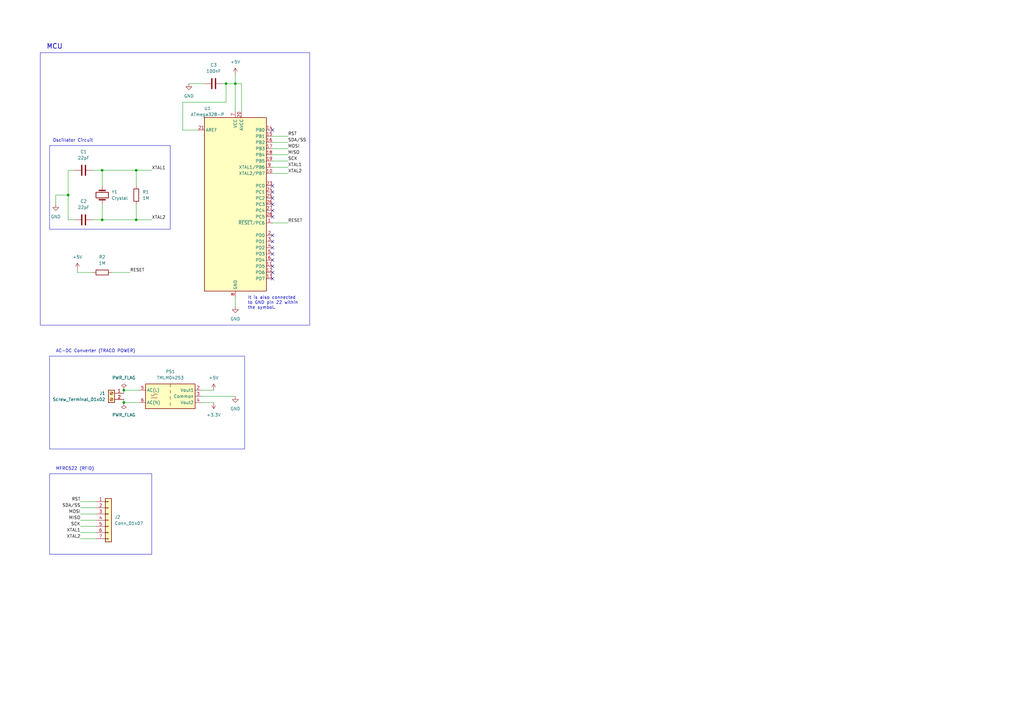
<source format=kicad_sch>
(kicad_sch (version 20230121) (generator eeschema)
  (paper "A3")
  (title_block (title "Gate Access Control"))
  (lib_symbols
    (symbol "Connector:Screw_Terminal_01x02" (pin_names (offset 1.016) hide)
      (property "Reference" "J" (at 0 2.54 0))
      (property "Value" "Screw_Terminal_01x02" (at 0 -5.08 0))
      (symbol "Screw_Terminal_01x02_1_1"
        (rectangle (start -1.27 1.27) (end 1.27 -3.81) (stroke (width 0.254)) (fill (type background)))
        (circle (center 0 -2.54) (radius 0.635) (stroke (width 0.1524)))
        (polyline (pts (xy -0.5334 -2.2098) (xy 0.3302 -3.048)) (stroke (width 0.1524)))
        (polyline (pts (xy -0.5334 0.3302) (xy 0.3302 -0.508)) (stroke (width 0.1524)))
        (polyline (pts (xy -0.3556 -2.032) (xy 0.508 -2.8702)) (stroke (width 0.1524)))
        (polyline (pts (xy -0.3556 0.508) (xy 0.508 -0.3302)) (stroke (width 0.1524)))
        (circle (center 0 0) (radius 0.635) (stroke (width 0.1524)))
        (pin passive line (at -5.08 0 0) (length 3.81) (name "Pin_1") (number "1"))
        (pin passive line (at -5.08 -2.54 0) (length 3.81) (name "Pin_2") (number "2"))
      )
    )
    (symbol "Connector_Generic:Conn_01x07" (pin_names (offset 1.016) hide)
      (property "Reference" "J" (at 0 10.16 0))
      (property "Value" "Conn_01x07" (at 0 -10.16 0))
      (symbol "Conn_01x07_1_1"
        (rectangle (start -1.27 -7.493) (end 0 -7.747) (stroke (width 0.1524)))
        (rectangle (start -1.27 -4.953) (end 0 -5.207) (stroke (width 0.1524)))
        (rectangle (start -1.27 -2.413) (end 0 -2.667) (stroke (width 0.1524)))
        (rectangle (start -1.27 0.127) (end 0 -0.127) (stroke (width 0.1524)))
        (rectangle (start -1.27 2.667) (end 0 2.413) (stroke (width 0.1524)))
        (rectangle (start -1.27 5.207) (end 0 4.953) (stroke (width 0.1524)))
        (rectangle (start -1.27 7.747) (end 0 7.493) (stroke (width 0.1524)))
        (rectangle (start -1.27 8.89) (end 1.27 -8.89) (stroke (width 0.254)) (fill (type background)))
        (pin passive line (at -5.08 7.62 0) (length 3.81) (name "Pin_1") (number "1"))
        (pin passive line (at -5.08 5.08 0) (length 3.81) (name "Pin_2") (number "2"))
        (pin passive line (at -5.08 2.54 0) (length 3.81) (name "Pin_3") (number "3"))
        (pin passive line (at -5.08 0 0) (length 3.81) (name "Pin_4") (number "4"))
        (pin passive line (at -5.08 -2.54 0) (length 3.81) (name "Pin_5") (number "5"))
        (pin passive line (at -5.08 -5.08 0) (length 3.81) (name "Pin_6") (number "6"))
        (pin passive line (at -5.08 -7.62 0) (length 3.81) (name "Pin_7") (number "7"))
      )
    )
    (symbol "Converter_ACDC:TMLM04253"
      (property "Reference" "PS" (at 0 6.35 0))
      (property "Value" "TMLM04253" (at 0 -6.35 0))
      (symbol "TMLM04253_0_1"
        (rectangle (start -10.16 5.08) (end 10.16 -5.08) (stroke (width 0.254)) (fill (type background)))
        (arc (start -7.874 0.635) (mid -7.239 0.2495) (end -6.604 0.635))
        (arc (start -5.334 0.635) (mid -5.969 1.0072) (end -6.604 0.635))
        (polyline (pts (xy -7.874 -0.635) (xy -5.334 -0.635)))
        (polyline (pts (xy 0 -2.54) (xy 0 -3.81)))
        (polyline (pts (xy 0 0) (xy 0 -1.27)))
        (polyline (pts (xy 0 2.54) (xy 0 1.27)))
        (polyline (pts (xy 0 5.08) (xy 0 3.81)))
      )
      (symbol "TMLM04253_1_1"
        (pin power_out line (at 12.7 2.54 180) (length 2.54) (name "Vout1") (number "2"))
        (pin power_out line (at 12.7 0 180) (length 2.54) (name "Common") (number "3"))
        (pin power_out line (at 12.7 -2.54 180) (length 2.54) (name "Vout2") (number "4"))
        (pin power_in line (at -12.7 2.54 0) (length 2.54) (name "AC(L)") (number "5"))
        (pin power_in line (at -12.7 -2.54 0) (length 2.54) (name "AC(N)") (number "6"))
      )
    )
    (symbol "Device:C" (pin_numbers hide) (pin_names (offset 0.254))
      (property "Reference" "C" (at 0.635 2.54 0))
      (property "Value" "C" (at 0.635 -2.54 0))
      (symbol "C_0_1"
        (polyline (pts (xy -2.032 -0.762) (xy 2.032 -0.762)) (stroke (width 0.508)))
        (polyline (pts (xy -2.032 0.762) (xy 2.032 0.762)) (stroke (width 0.508)))
      )
      (symbol "C_1_1"
        (pin passive line (at 0 3.81 270) (length 2.794) (name "~") (number "1"))
        (pin passive line (at 0 -3.81 90) (length 2.794) (name "~") (number "2"))
      )
    )
    (symbol "Device:Crystal" (pin_numbers hide) (pin_names (offset 1.016) hide)
      (property "Reference" "Y" (at 0 3.81 0))
      (property "Value" "Crystal" (at 0 -3.81 0))
      (symbol "Crystal_0_1"
        (rectangle (start -1.143 2.54) (end 1.143 -2.54) (stroke (width 0.3048)))
        (polyline (pts (xy -2.54 0) (xy -1.905 0)))
        (polyline (pts (xy -1.905 -1.27) (xy -1.905 1.27)) (stroke (width 0.508)))
        (polyline (pts (xy 1.905 -1.27) (xy 1.905 1.27)) (stroke (width 0.508)))
        (polyline (pts (xy 2.54 0) (xy 1.905 0)))
      )
      (symbol "Crystal_1_1"
        (pin passive line (at -3.81 0 0) (length 1.27) (name "1") (number "1"))
        (pin passive line (at 3.81 0 180) (length 1.27) (name "2") (number "2"))
      )
    )
    (symbol "Device:R" (pin_numbers hide) (pin_names (offset 0))
      (property "Reference" "R" (at 2.032 0 90))
      (property "Value" "R" (at 0 0 90))
      (symbol "R_0_1"
        (rectangle (start -1.016 -2.54) (end 1.016 2.54) (stroke (width 0.254)))
      )
      (symbol "R_1_1"
        (pin passive line (at 0 3.81 270) (length 1.27) (name "~") (number "1"))
        (pin passive line (at 0 -3.81 90) (length 1.27) (name "~") (number "2"))
      )
    )
    (symbol "MCU_Microchip_ATmega:ATmega328-P"
      (property "Reference" "U" (at -12.7 36.83 0))
      (property "Value" "ATmega328-P" (at 2.54 -36.83 0))
      (symbol "ATmega328-P_0_1"
        (rectangle (start -12.7 -35.56) (end 12.7 35.56) (stroke (width 0.254)) (fill (type background)))
      )
      (symbol "ATmega328-P_1_1"
        (pin bidirectional line (at 15.24 -7.62 180) (length 2.54) (name "~{RESET}/PC6") (number "1"))
        (pin bidirectional line (at 15.24 12.7 180) (length 2.54) (name "XTAL2/PB7") (number "10"))
        (pin bidirectional line (at 15.24 -25.4 180) (length 2.54) (name "PD5") (number "11"))
        (pin bidirectional line (at 15.24 -27.94 180) (length 2.54) (name "PD6") (number "12"))
        (pin bidirectional line (at 15.24 -30.48 180) (length 2.54) (name "PD7") (number "13"))
        (pin bidirectional line (at 15.24 30.48 180) (length 2.54) (name "PB0") (number "14"))
        (pin bidirectional line (at 15.24 27.94 180) (length 2.54) (name "PB1") (number "15"))
        (pin bidirectional line (at 15.24 25.4 180) (length 2.54) (name "PB2") (number "16"))
        (pin bidirectional line (at 15.24 22.86 180) (length 2.54) (name "PB3") (number "17"))
        (pin bidirectional line (at 15.24 20.32 180) (length 2.54) (name "PB4") (number "18"))
        (pin bidirectional line (at 15.24 17.78 180) (length 2.54) (name "PB5") (number "19"))
        (pin bidirectional line (at 15.24 -12.7 180) (length 2.54) (name "PD0") (number "2"))
        (pin power_in line (at 2.54 38.1 270) (length 2.54) (name "AVCC") (number "20"))
        (pin passive line (at -15.24 30.48 0) (length 2.54) (name "AREF") (number "21"))
        (pin passive line (at 0 -38.1 90) (length 2.54) hide (name "GND") (number "22"))
        (pin bidirectional line (at 15.24 7.62 180) (length 2.54) (name "PC0") (number "23"))
        (pin bidirectional line (at 15.24 5.08 180) (length 2.54) (name "PC1") (number "24"))
        (pin bidirectional line (at 15.24 2.54 180) (length 2.54) (name "PC2") (number "25"))
        (pin bidirectional line (at 15.24 0 180) (length 2.54) (name "PC3") (number "26"))
        (pin bidirectional line (at 15.24 -2.54 180) (length 2.54) (name "PC4") (number "27"))
        (pin bidirectional line (at 15.24 -5.08 180) (length 2.54) (name "PC5") (number "28"))
        (pin bidirectional line (at 15.24 -15.24 180) (length 2.54) (name "PD1") (number "3"))
        (pin bidirectional line (at 15.24 -17.78 180) (length 2.54) (name "PD2") (number "4"))
        (pin bidirectional line (at 15.24 -20.32 180) (length 2.54) (name "PD3") (number "5"))
        (pin bidirectional line (at 15.24 -22.86 180) (length 2.54) (name "PD4") (number "6"))
        (pin power_in line (at 0 38.1 270) (length 2.54) (name "VCC") (number "7"))
        (pin power_in line (at 0 -38.1 90) (length 2.54) (name "GND") (number "8"))
        (pin bidirectional line (at 15.24 15.24 180) (length 2.54) (name "XTAL1/PB6") (number "9"))
      )
    )
    (symbol "power:+3.3V" (power) (pin_names (offset 0))
      (property "Value" "+3.3V" (at 0 3.556 0))
      (symbol "+3.3V_0_1"
        (polyline (pts (xy -0.762 1.27) (xy 0 2.54)))
        (polyline (pts (xy 0 0) (xy 0 2.54)))
        (polyline (pts (xy 0 2.54) (xy 0.762 1.27)))
      )
      (symbol "+3.3V_1_1"
        (pin power_in line (at 0 0 90) (length 0) hide (name "+3.3V") (number "1"))
      )
    )
    (symbol "power:+5V" (power) (pin_names (offset 0))
      (property "Value" "+5V" (at 0 3.556 0))
      (symbol "+5V_0_1"
        (polyline (pts (xy -0.762 1.27) (xy 0 2.54)))
        (polyline (pts (xy 0 0) (xy 0 2.54)))
        (polyline (pts (xy 0 2.54) (xy 0.762 1.27)))
      )
      (symbol "+5V_1_1"
        (pin power_in line (at 0 0 90) (length 0) hide (name "+5V") (number "1"))
      )
    )
    (symbol "power:GND" (power) (pin_names (offset 0))
      (property "Value" "GND" (at 0 -3.81 0))
      (symbol "GND_0_1"
        (polyline (pts (xy 0 0) (xy 0 -1.27) (xy 1.27 -1.27) (xy 0 -2.54) (xy -1.27 -1.27) (xy 0 -1.27)))
      )
      (symbol "GND_1_1"
        (pin power_in line (at 0 0 270) (length 0) hide (name "GND") (number "1"))
      )
    )
    (symbol "power:PWR_FLAG" (power) (pin_numbers hide) (pin_names (offset 0) hide)
      (property "Value" "PWR_FLAG" (at 0 3.81 0))
      (symbol "PWR_FLAG_0_0"
        (pin power_out line (at 0 0 90) (length 0) (name "pwr") (number "1"))
      )
      (symbol "PWR_FLAG_0_1"
        (polyline (pts (xy 0 0) (xy 0 1.27) (xy -1.016 1.905) (xy 0 2.54) (xy 1.016 1.905) (xy 0 1.27)))
      )
    )
  )
  (junction (at 27.94 80.01))
  (junction (at 55.88 90.17))
  (junction (at 96.52 34.29))
  (junction (at 41.91 69.85))
  (junction (at 50.8 160.02))
  (junction (at 92.71 34.29))
  (junction (at 55.88 69.85))
  (junction (at 41.91 90.17))
  (junction (at 50.8 165.1))
  (no_connect (at 111.76 96.52))
  (no_connect (at 111.76 78.74))
  (no_connect (at 111.76 104.14))
  (no_connect (at 111.76 86.36))
  (no_connect (at 111.76 76.2))
  (no_connect (at 111.76 106.68))
  (no_connect (at 111.76 101.6))
  (no_connect (at 111.76 53.34))
  (no_connect (at 111.76 88.9))
  (no_connect (at 111.76 81.28))
  (no_connect (at 111.76 111.76))
  (no_connect (at 111.76 109.22))
  (no_connect (at 111.76 99.06))
  (no_connect (at 111.76 114.3))
  (no_connect (at 111.76 83.82))
  (wire (pts (xy 92.71 34.29) (xy 96.52 34.29)))
  (wire (pts (xy 33.02 218.44) (xy 39.37 218.44)))
  (wire (pts (xy 22.86 80.01) (xy 27.94 80.01)))
  (wire (pts (xy 55.88 69.85) (xy 55.88 76.2)))
  (wire (pts (xy 33.02 205.74) (xy 39.37 205.74)))
  (wire (pts (xy 92.71 41.91) (xy 74.93 41.91)))
  (wire (pts (xy 41.91 69.85) (xy 41.91 76.2)))
  (wire (pts (xy 111.76 71.12) (xy 118.11 71.12)))
  (wire (pts (xy 82.55 160.02) (xy 87.63 160.02)))
  (wire (pts (xy 96.52 45.72) (xy 96.52 34.29)))
  (wire (pts (xy 82.55 165.1) (xy 87.63 165.1)))
  (wire (pts (xy 55.88 90.17) (xy 62.23 90.17)))
  (wire (pts (xy 33.02 215.9) (xy 39.37 215.9)))
  (wire (pts (xy 38.1 90.17) (xy 41.91 90.17)))
  (wire (pts (xy 77.47 34.29) (xy 83.82 34.29)))
  (wire (pts (xy 27.94 69.85) (xy 27.94 80.01)))
  (wire (pts (xy 96.52 121.92) (xy 96.52 125.73)))
  (wire (pts (xy 27.94 80.01) (xy 27.94 90.17)))
  (wire (pts (xy 33.02 220.98) (xy 39.37 220.98)))
  (wire (pts (xy 91.44 34.29) (xy 92.71 34.29)))
  (wire (pts (xy 111.76 66.04) (xy 118.11 66.04)))
  (wire (pts (xy 111.76 91.44) (xy 118.11 91.44)))
  (wire (pts (xy 74.93 53.34) (xy 81.28 53.34)))
  (wire (pts (xy 55.88 83.82) (xy 55.88 90.17)))
  (wire (pts (xy 55.88 69.85) (xy 62.23 69.85)))
  (wire (pts (xy 111.76 68.58) (xy 118.11 68.58)))
  (wire (pts (xy 92.71 34.29) (xy 92.71 41.91)))
  (wire (pts (xy 27.94 90.17) (xy 30.48 90.17)))
  (wire (pts (xy 41.91 90.17) (xy 55.88 90.17)))
  (wire (pts (xy 57.15 160.02) (xy 50.8 160.02)))
  (wire (pts (xy 38.1 69.85) (xy 41.91 69.85)))
  (wire (pts (xy 22.86 80.01) (xy 22.86 83.82)))
  (wire (pts (xy 45.72 111.76) (xy 53.34 111.76)))
  (wire (pts (xy 41.91 83.82) (xy 41.91 90.17)))
  (wire (pts (xy 74.93 41.91) (xy 74.93 53.34)))
  (wire (pts (xy 96.52 34.29) (xy 99.06 34.29)))
  (wire (pts (xy 111.76 63.5) (xy 118.11 63.5)))
  (wire (pts (xy 50.8 163.83) (xy 50.8 165.1)))
  (wire (pts (xy 31.75 110.49) (xy 31.75 111.76)))
  (wire (pts (xy 96.52 30.48) (xy 96.52 34.29)))
  (wire (pts (xy 30.48 69.85) (xy 27.94 69.85)))
  (wire (pts (xy 50.8 165.1) (xy 57.15 165.1)))
  (wire (pts (xy 99.06 34.29) (xy 99.06 45.72)))
  (wire (pts (xy 111.76 55.88) (xy 118.11 55.88)))
  (wire (pts (xy 111.76 58.42) (xy 118.11 58.42)))
  (wire (pts (xy 33.02 213.36) (xy 39.37 213.36)))
  (wire (pts (xy 33.02 208.28) (xy 39.37 208.28)))
  (wire (pts (xy 50.8 160.02) (xy 50.8 161.29)))
  (wire (pts (xy 111.76 60.96) (xy 118.11 60.96)))
  (wire (pts (xy 41.91 69.85) (xy 55.88 69.85)))
  (wire (pts (xy 33.02 210.82) (xy 39.37 210.82)))
  (wire (pts (xy 38.1 111.76) (xy 31.75 111.76)))
  (wire (pts (xy 82.55 162.56) (xy 96.52 162.56)))
  (rectangle (start 20.32 146.05) (end 100.33 184.15))
  (rectangle (start 20.32 194.31) (end 62.23 227.33))
  (rectangle (start 16.51 21.59) (end 127 133.35))
  (rectangle (start 20.32 59.69) (end 69.85 93.98))
  (text "AC-DC Converter (TRACO POWER)" (at 22.86 144.78 0) (effects (font (size 1.27 1.27)) (justify left bottom)))
  (text "MFRC522 (RFID)" (at 22.86 193.04 0) (effects (font (size 1.27 1.27)) (justify left bottom)))
  (text "It is also connected\nto GND pin 22 within\nthe symbol.\n" (at 101.6 127 0) (effects (font (size 1.27 1.27)) (justify left bottom)))
  (text "MCU" (at 19.05 20.32 0) (effects (font (size 2 2) (thickness 0.254) bold) (justify left bottom)))
  (text "Oscillator Circuit\n" (at 21.59 58.42 0) (effects (font (size 1.27 1.27)) (justify left bottom)))
  (label "SDA{slash}SS" (at 33.02 208.28 180))
  (label "XTAL1" (at 118.11 68.58 0))
  (label "MISO" (at 33.02 213.36 180))
  (label "SCK" (at 118.11 66.04 0))
  (label "MISO" (at 118.11 63.5 0))
  (label "RESET" (at 53.34 111.76 0))
  (label "XTAL1" (at 33.02 218.44 180))
  (label "SCK" (at 33.02 215.9 180))
  (label "MOSI" (at 118.11 60.96 0))
  (label "RST" (at 33.02 205.74 180))
  (label "XTAL2" (at 33.02 220.98 180))
  (label "XTAL2" (at 118.11 71.12 0))
  (label "SDA{slash}SS" (at 118.11 58.42 0))
  (label "RESET" (at 118.11 91.44 0))
  (label "XTAL2" (at 62.23 90.17 0))
  (label "XTAL1" (at 62.23 69.85 0))
  (label "RST" (at 118.11 55.88 0))
  (label "MOSI" (at 33.02 210.82 180))
  (symbol (lib_id "power:+5V") (at 31.75 110.49 0) (unit 1)
    (property "Reference" "#PWR04" (effects hide))
    (property "Value" "+5V" (at 31.75 105.41 0))
  )
  (symbol (lib_id "power:PWR_FLAG") (at 50.8 160.02 0) (unit 1)
    (property "Reference" "#FLG01" (effects hide))
    (property "Value" "PWR_FLAG" (at 50.8 154.94 0))
  )
  (symbol (lib_id "Device:R") (at 41.91 111.76 270) (unit 1)
    (property "Reference" "R2" (at 41.91 105.41 90))
    (property "Value" "1M" (at 41.91 107.95 90))
  )
  (symbol (lib_id "Device:R") (at 55.88 80.01 180) (unit 1)
    (property "Reference" "R1" (at 58.42 78.74 0) (effects (justify right)))
    (property "Value" "1M" (at 58.42 81.28 0) (effects (justify right)))
  )
  (symbol (lib_id "Connector_Generic:Conn_01x07") (at 44.45 213.36 0) (unit 1)
    (property "Reference" "J2" (at 46.99 212.09 0) (effects (justify left)))
    (property "Value" "Conn_01x07" (at 46.99 214.63 0) (effects (justify left)))
  )
  (symbol (lib_id "Device:C") (at 34.29 69.85 90) (unit 1)
    (property "Reference" "C1" (at 34.29 62.23 90))
    (property "Value" "22pF" (at 34.29 64.77 90))
  )
  (symbol (lib_id "Device:C") (at 87.63 34.29 90) (unit 1)
    (property "Reference" "C3" (at 87.63 26.67 90))
    (property "Value" "100nF" (at 87.63 29.21 90))
  )
  (symbol (lib_id "power:PWR_FLAG") (at 50.8 165.1 0) (mirror x) (unit 1)
    (property "Reference" "#FLG02" (effects hide))
    (property "Value" "PWR_FLAG" (at 50.8 170.18 0))
  )
  (symbol (lib_id "MCU_Microchip_ATmega:ATmega328-P") (at 96.52 83.82 0) (unit 1)
    (property "Reference" "U1" (at 85.09 44.45 0))
    (property "Value" "ATmega328-P" (at 85.09 46.99 0))
    (property "Footprint" "Package_DIP:DIP-28_W7.62mm" (effects hide))
    (property "Datasheet" "http://ww1.microchip.com/downloads/en/DeviceDoc/ATmega328_P%20AVR%20MCU%20with%20picoPower%20Technology%20Data%20Sheet%2040001984A.pdf" (effects hide))
  )
  (symbol (lib_id "power:GND") (at 77.47 34.29 0) (unit 1)
    (property "Reference" "#PWR06" (effects hide))
    (property "Value" "GND" (at 77.47 39.37 0))
  )
  (symbol (lib_id "power:+3.3V") (at 87.63 165.1 0) (mirror x) (unit 1)
    (property "Reference" "#PWR08" (effects hide))
    (property "Value" "+3.3V" (at 87.63 170.18 0))
  )
  (symbol (lib_id "power:GND") (at 22.86 83.82 0) (unit 1)
    (property "Reference" "#PWR01" (effects hide))
    (property "Value" "GND" (at 22.86 88.9 0))
  )
  (symbol (lib_id "power:+5V") (at 87.63 160.02 0) (unit 1)
    (property "Reference" "#PWR07" (effects hide))
    (property "Value" "+5V" (at 87.63 154.94 0))
  )
  (symbol (lib_id "Converter_ACDC:TMLM04253") (at 69.85 162.56 0) (unit 1)
    (property "Reference" "PS1" (at 69.85 152.4 0))
    (property "Value" "TMLM04253" (at 69.85 154.94 0))
    (property "Footprint" "Converter_ACDC:Converter_ACDC_TRACO_TMLM-04_THT" (effects hide))
    (property "Datasheet" "https://www.tracopower.com/products/tmlm.pdf" (effects hide))
  )
  (symbol (lib_id "power:GND") (at 96.52 125.73 0) (unit 1)
    (property "Reference" "#PWR05" (effects hide))
    (property "Value" "GND" (at 96.52 130.81 0))
  )
  (symbol (lib_id "power:GND") (at 96.52 162.56 0) (unit 1)
    (property "Reference" "#PWR09" (effects hide))
    (property "Value" "GND" (at 96.52 167.64 0))
  )
  (symbol (lib_id "Device:C") (at 34.29 90.17 90) (unit 1)
    (property "Reference" "C2" (at 34.29 82.55 90))
    (property "Value" "22pF" (at 34.29 85.09 90))
  )
  (symbol (lib_id "Connector:Screw_Terminal_01x02") (at 45.72 161.29 0) (mirror y) (unit 1)
    (property "Reference" "J1" (at 43.18 161.29 0) (effects (justify left)))
    (property "Value" "Screw_Terminal_01x02" (at 43.18 163.83 0) (effects (justify left)))
  )
  (symbol (lib_id "power:+5V") (at 96.52 30.48 0) (unit 1)
    (property "Reference" "#PWR02" (effects hide))
    (property "Value" "+5V" (at 96.52 25.4 0))
  )
  (symbol (lib_id "Device:Crystal") (at 41.91 80.01 270) (unit 1)
    (property "Reference" "Y1" (at 45.72 78.74 90) (effects (justify left)))
    (property "Value" "Crystal" (at 45.72 81.28 90) (effects (justify left)))
  )
)
</source>
